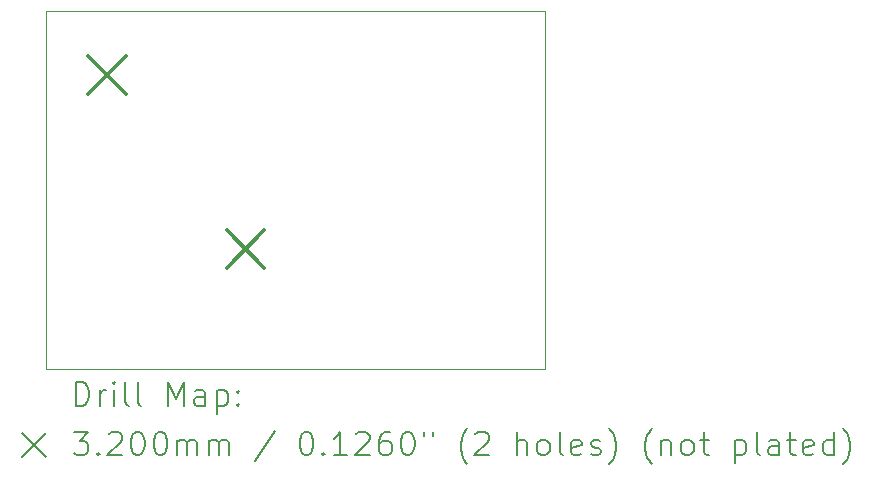
<source format=gbr>
%FSLAX45Y45*%
G04 Gerber Fmt 4.5, Leading zero omitted, Abs format (unit mm)*
G04 Created by KiCad (PCBNEW 6.0.6) date 2022-07-14 17:34:40*
%MOMM*%
%LPD*%
G01*
G04 APERTURE LIST*
%TA.AperFunction,Profile*%
%ADD10C,0.100000*%
%TD*%
%ADD11C,0.200000*%
%ADD12C,0.320000*%
G04 APERTURE END LIST*
D10*
X16040000Y-9040000D02*
X20260000Y-9040000D01*
X20260000Y-9040000D02*
X20260000Y-12065000D01*
X20260000Y-12065000D02*
X16040000Y-12065000D01*
X16040000Y-12065000D02*
X16040000Y-9040000D01*
D11*
D12*
X16392500Y-9420000D02*
X16712500Y-9740000D01*
X16712500Y-9420000D02*
X16392500Y-9740000D01*
X17567500Y-10892500D02*
X17887500Y-11212500D01*
X17887500Y-10892500D02*
X17567500Y-11212500D01*
D11*
X16292619Y-12380476D02*
X16292619Y-12180476D01*
X16340238Y-12180476D01*
X16368809Y-12190000D01*
X16387857Y-12209048D01*
X16397381Y-12228095D01*
X16406905Y-12266190D01*
X16406905Y-12294762D01*
X16397381Y-12332857D01*
X16387857Y-12351905D01*
X16368809Y-12370952D01*
X16340238Y-12380476D01*
X16292619Y-12380476D01*
X16492619Y-12380476D02*
X16492619Y-12247143D01*
X16492619Y-12285238D02*
X16502143Y-12266190D01*
X16511667Y-12256667D01*
X16530714Y-12247143D01*
X16549762Y-12247143D01*
X16616428Y-12380476D02*
X16616428Y-12247143D01*
X16616428Y-12180476D02*
X16606905Y-12190000D01*
X16616428Y-12199524D01*
X16625952Y-12190000D01*
X16616428Y-12180476D01*
X16616428Y-12199524D01*
X16740238Y-12380476D02*
X16721190Y-12370952D01*
X16711667Y-12351905D01*
X16711667Y-12180476D01*
X16845000Y-12380476D02*
X16825952Y-12370952D01*
X16816429Y-12351905D01*
X16816429Y-12180476D01*
X17073571Y-12380476D02*
X17073571Y-12180476D01*
X17140238Y-12323333D01*
X17206905Y-12180476D01*
X17206905Y-12380476D01*
X17387857Y-12380476D02*
X17387857Y-12275714D01*
X17378333Y-12256667D01*
X17359286Y-12247143D01*
X17321190Y-12247143D01*
X17302143Y-12256667D01*
X17387857Y-12370952D02*
X17368810Y-12380476D01*
X17321190Y-12380476D01*
X17302143Y-12370952D01*
X17292619Y-12351905D01*
X17292619Y-12332857D01*
X17302143Y-12313809D01*
X17321190Y-12304286D01*
X17368810Y-12304286D01*
X17387857Y-12294762D01*
X17483095Y-12247143D02*
X17483095Y-12447143D01*
X17483095Y-12256667D02*
X17502143Y-12247143D01*
X17540238Y-12247143D01*
X17559286Y-12256667D01*
X17568810Y-12266190D01*
X17578333Y-12285238D01*
X17578333Y-12342381D01*
X17568810Y-12361428D01*
X17559286Y-12370952D01*
X17540238Y-12380476D01*
X17502143Y-12380476D01*
X17483095Y-12370952D01*
X17664048Y-12361428D02*
X17673571Y-12370952D01*
X17664048Y-12380476D01*
X17654524Y-12370952D01*
X17664048Y-12361428D01*
X17664048Y-12380476D01*
X17664048Y-12256667D02*
X17673571Y-12266190D01*
X17664048Y-12275714D01*
X17654524Y-12266190D01*
X17664048Y-12256667D01*
X17664048Y-12275714D01*
X15835000Y-12610000D02*
X16035000Y-12810000D01*
X16035000Y-12610000D02*
X15835000Y-12810000D01*
X16273571Y-12600476D02*
X16397381Y-12600476D01*
X16330714Y-12676667D01*
X16359286Y-12676667D01*
X16378333Y-12686190D01*
X16387857Y-12695714D01*
X16397381Y-12714762D01*
X16397381Y-12762381D01*
X16387857Y-12781428D01*
X16378333Y-12790952D01*
X16359286Y-12800476D01*
X16302143Y-12800476D01*
X16283095Y-12790952D01*
X16273571Y-12781428D01*
X16483095Y-12781428D02*
X16492619Y-12790952D01*
X16483095Y-12800476D01*
X16473571Y-12790952D01*
X16483095Y-12781428D01*
X16483095Y-12800476D01*
X16568809Y-12619524D02*
X16578333Y-12610000D01*
X16597381Y-12600476D01*
X16645000Y-12600476D01*
X16664048Y-12610000D01*
X16673571Y-12619524D01*
X16683095Y-12638571D01*
X16683095Y-12657619D01*
X16673571Y-12686190D01*
X16559286Y-12800476D01*
X16683095Y-12800476D01*
X16806905Y-12600476D02*
X16825952Y-12600476D01*
X16845000Y-12610000D01*
X16854524Y-12619524D01*
X16864048Y-12638571D01*
X16873571Y-12676667D01*
X16873571Y-12724286D01*
X16864048Y-12762381D01*
X16854524Y-12781428D01*
X16845000Y-12790952D01*
X16825952Y-12800476D01*
X16806905Y-12800476D01*
X16787857Y-12790952D01*
X16778333Y-12781428D01*
X16768809Y-12762381D01*
X16759286Y-12724286D01*
X16759286Y-12676667D01*
X16768809Y-12638571D01*
X16778333Y-12619524D01*
X16787857Y-12610000D01*
X16806905Y-12600476D01*
X16997381Y-12600476D02*
X17016429Y-12600476D01*
X17035476Y-12610000D01*
X17045000Y-12619524D01*
X17054524Y-12638571D01*
X17064048Y-12676667D01*
X17064048Y-12724286D01*
X17054524Y-12762381D01*
X17045000Y-12781428D01*
X17035476Y-12790952D01*
X17016429Y-12800476D01*
X16997381Y-12800476D01*
X16978333Y-12790952D01*
X16968810Y-12781428D01*
X16959286Y-12762381D01*
X16949762Y-12724286D01*
X16949762Y-12676667D01*
X16959286Y-12638571D01*
X16968810Y-12619524D01*
X16978333Y-12610000D01*
X16997381Y-12600476D01*
X17149762Y-12800476D02*
X17149762Y-12667143D01*
X17149762Y-12686190D02*
X17159286Y-12676667D01*
X17178333Y-12667143D01*
X17206905Y-12667143D01*
X17225952Y-12676667D01*
X17235476Y-12695714D01*
X17235476Y-12800476D01*
X17235476Y-12695714D02*
X17245000Y-12676667D01*
X17264048Y-12667143D01*
X17292619Y-12667143D01*
X17311667Y-12676667D01*
X17321190Y-12695714D01*
X17321190Y-12800476D01*
X17416429Y-12800476D02*
X17416429Y-12667143D01*
X17416429Y-12686190D02*
X17425952Y-12676667D01*
X17445000Y-12667143D01*
X17473571Y-12667143D01*
X17492619Y-12676667D01*
X17502143Y-12695714D01*
X17502143Y-12800476D01*
X17502143Y-12695714D02*
X17511667Y-12676667D01*
X17530714Y-12667143D01*
X17559286Y-12667143D01*
X17578333Y-12676667D01*
X17587857Y-12695714D01*
X17587857Y-12800476D01*
X17978333Y-12590952D02*
X17806905Y-12848095D01*
X18235476Y-12600476D02*
X18254524Y-12600476D01*
X18273571Y-12610000D01*
X18283095Y-12619524D01*
X18292619Y-12638571D01*
X18302143Y-12676667D01*
X18302143Y-12724286D01*
X18292619Y-12762381D01*
X18283095Y-12781428D01*
X18273571Y-12790952D01*
X18254524Y-12800476D01*
X18235476Y-12800476D01*
X18216429Y-12790952D01*
X18206905Y-12781428D01*
X18197381Y-12762381D01*
X18187857Y-12724286D01*
X18187857Y-12676667D01*
X18197381Y-12638571D01*
X18206905Y-12619524D01*
X18216429Y-12610000D01*
X18235476Y-12600476D01*
X18387857Y-12781428D02*
X18397381Y-12790952D01*
X18387857Y-12800476D01*
X18378333Y-12790952D01*
X18387857Y-12781428D01*
X18387857Y-12800476D01*
X18587857Y-12800476D02*
X18473571Y-12800476D01*
X18530714Y-12800476D02*
X18530714Y-12600476D01*
X18511667Y-12629048D01*
X18492619Y-12648095D01*
X18473571Y-12657619D01*
X18664048Y-12619524D02*
X18673571Y-12610000D01*
X18692619Y-12600476D01*
X18740238Y-12600476D01*
X18759286Y-12610000D01*
X18768810Y-12619524D01*
X18778333Y-12638571D01*
X18778333Y-12657619D01*
X18768810Y-12686190D01*
X18654524Y-12800476D01*
X18778333Y-12800476D01*
X18949762Y-12600476D02*
X18911667Y-12600476D01*
X18892619Y-12610000D01*
X18883095Y-12619524D01*
X18864048Y-12648095D01*
X18854524Y-12686190D01*
X18854524Y-12762381D01*
X18864048Y-12781428D01*
X18873571Y-12790952D01*
X18892619Y-12800476D01*
X18930714Y-12800476D01*
X18949762Y-12790952D01*
X18959286Y-12781428D01*
X18968810Y-12762381D01*
X18968810Y-12714762D01*
X18959286Y-12695714D01*
X18949762Y-12686190D01*
X18930714Y-12676667D01*
X18892619Y-12676667D01*
X18873571Y-12686190D01*
X18864048Y-12695714D01*
X18854524Y-12714762D01*
X19092619Y-12600476D02*
X19111667Y-12600476D01*
X19130714Y-12610000D01*
X19140238Y-12619524D01*
X19149762Y-12638571D01*
X19159286Y-12676667D01*
X19159286Y-12724286D01*
X19149762Y-12762381D01*
X19140238Y-12781428D01*
X19130714Y-12790952D01*
X19111667Y-12800476D01*
X19092619Y-12800476D01*
X19073571Y-12790952D01*
X19064048Y-12781428D01*
X19054524Y-12762381D01*
X19045000Y-12724286D01*
X19045000Y-12676667D01*
X19054524Y-12638571D01*
X19064048Y-12619524D01*
X19073571Y-12610000D01*
X19092619Y-12600476D01*
X19235476Y-12600476D02*
X19235476Y-12638571D01*
X19311667Y-12600476D02*
X19311667Y-12638571D01*
X19606905Y-12876667D02*
X19597381Y-12867143D01*
X19578333Y-12838571D01*
X19568810Y-12819524D01*
X19559286Y-12790952D01*
X19549762Y-12743333D01*
X19549762Y-12705238D01*
X19559286Y-12657619D01*
X19568810Y-12629048D01*
X19578333Y-12610000D01*
X19597381Y-12581428D01*
X19606905Y-12571905D01*
X19673571Y-12619524D02*
X19683095Y-12610000D01*
X19702143Y-12600476D01*
X19749762Y-12600476D01*
X19768810Y-12610000D01*
X19778333Y-12619524D01*
X19787857Y-12638571D01*
X19787857Y-12657619D01*
X19778333Y-12686190D01*
X19664048Y-12800476D01*
X19787857Y-12800476D01*
X20025952Y-12800476D02*
X20025952Y-12600476D01*
X20111667Y-12800476D02*
X20111667Y-12695714D01*
X20102143Y-12676667D01*
X20083095Y-12667143D01*
X20054524Y-12667143D01*
X20035476Y-12676667D01*
X20025952Y-12686190D01*
X20235476Y-12800476D02*
X20216429Y-12790952D01*
X20206905Y-12781428D01*
X20197381Y-12762381D01*
X20197381Y-12705238D01*
X20206905Y-12686190D01*
X20216429Y-12676667D01*
X20235476Y-12667143D01*
X20264048Y-12667143D01*
X20283095Y-12676667D01*
X20292619Y-12686190D01*
X20302143Y-12705238D01*
X20302143Y-12762381D01*
X20292619Y-12781428D01*
X20283095Y-12790952D01*
X20264048Y-12800476D01*
X20235476Y-12800476D01*
X20416429Y-12800476D02*
X20397381Y-12790952D01*
X20387857Y-12771905D01*
X20387857Y-12600476D01*
X20568810Y-12790952D02*
X20549762Y-12800476D01*
X20511667Y-12800476D01*
X20492619Y-12790952D01*
X20483095Y-12771905D01*
X20483095Y-12695714D01*
X20492619Y-12676667D01*
X20511667Y-12667143D01*
X20549762Y-12667143D01*
X20568810Y-12676667D01*
X20578333Y-12695714D01*
X20578333Y-12714762D01*
X20483095Y-12733809D01*
X20654524Y-12790952D02*
X20673571Y-12800476D01*
X20711667Y-12800476D01*
X20730714Y-12790952D01*
X20740238Y-12771905D01*
X20740238Y-12762381D01*
X20730714Y-12743333D01*
X20711667Y-12733809D01*
X20683095Y-12733809D01*
X20664048Y-12724286D01*
X20654524Y-12705238D01*
X20654524Y-12695714D01*
X20664048Y-12676667D01*
X20683095Y-12667143D01*
X20711667Y-12667143D01*
X20730714Y-12676667D01*
X20806905Y-12876667D02*
X20816429Y-12867143D01*
X20835476Y-12838571D01*
X20845000Y-12819524D01*
X20854524Y-12790952D01*
X20864048Y-12743333D01*
X20864048Y-12705238D01*
X20854524Y-12657619D01*
X20845000Y-12629048D01*
X20835476Y-12610000D01*
X20816429Y-12581428D01*
X20806905Y-12571905D01*
X21168810Y-12876667D02*
X21159286Y-12867143D01*
X21140238Y-12838571D01*
X21130714Y-12819524D01*
X21121190Y-12790952D01*
X21111667Y-12743333D01*
X21111667Y-12705238D01*
X21121190Y-12657619D01*
X21130714Y-12629048D01*
X21140238Y-12610000D01*
X21159286Y-12581428D01*
X21168810Y-12571905D01*
X21245000Y-12667143D02*
X21245000Y-12800476D01*
X21245000Y-12686190D02*
X21254524Y-12676667D01*
X21273571Y-12667143D01*
X21302143Y-12667143D01*
X21321190Y-12676667D01*
X21330714Y-12695714D01*
X21330714Y-12800476D01*
X21454524Y-12800476D02*
X21435476Y-12790952D01*
X21425952Y-12781428D01*
X21416429Y-12762381D01*
X21416429Y-12705238D01*
X21425952Y-12686190D01*
X21435476Y-12676667D01*
X21454524Y-12667143D01*
X21483095Y-12667143D01*
X21502143Y-12676667D01*
X21511667Y-12686190D01*
X21521190Y-12705238D01*
X21521190Y-12762381D01*
X21511667Y-12781428D01*
X21502143Y-12790952D01*
X21483095Y-12800476D01*
X21454524Y-12800476D01*
X21578333Y-12667143D02*
X21654524Y-12667143D01*
X21606905Y-12600476D02*
X21606905Y-12771905D01*
X21616429Y-12790952D01*
X21635476Y-12800476D01*
X21654524Y-12800476D01*
X21873571Y-12667143D02*
X21873571Y-12867143D01*
X21873571Y-12676667D02*
X21892619Y-12667143D01*
X21930714Y-12667143D01*
X21949762Y-12676667D01*
X21959286Y-12686190D01*
X21968810Y-12705238D01*
X21968810Y-12762381D01*
X21959286Y-12781428D01*
X21949762Y-12790952D01*
X21930714Y-12800476D01*
X21892619Y-12800476D01*
X21873571Y-12790952D01*
X22083095Y-12800476D02*
X22064048Y-12790952D01*
X22054524Y-12771905D01*
X22054524Y-12600476D01*
X22245000Y-12800476D02*
X22245000Y-12695714D01*
X22235476Y-12676667D01*
X22216429Y-12667143D01*
X22178333Y-12667143D01*
X22159286Y-12676667D01*
X22245000Y-12790952D02*
X22225952Y-12800476D01*
X22178333Y-12800476D01*
X22159286Y-12790952D01*
X22149762Y-12771905D01*
X22149762Y-12752857D01*
X22159286Y-12733809D01*
X22178333Y-12724286D01*
X22225952Y-12724286D01*
X22245000Y-12714762D01*
X22311667Y-12667143D02*
X22387857Y-12667143D01*
X22340238Y-12600476D02*
X22340238Y-12771905D01*
X22349762Y-12790952D01*
X22368810Y-12800476D01*
X22387857Y-12800476D01*
X22530714Y-12790952D02*
X22511667Y-12800476D01*
X22473571Y-12800476D01*
X22454524Y-12790952D01*
X22445000Y-12771905D01*
X22445000Y-12695714D01*
X22454524Y-12676667D01*
X22473571Y-12667143D01*
X22511667Y-12667143D01*
X22530714Y-12676667D01*
X22540238Y-12695714D01*
X22540238Y-12714762D01*
X22445000Y-12733809D01*
X22711667Y-12800476D02*
X22711667Y-12600476D01*
X22711667Y-12790952D02*
X22692619Y-12800476D01*
X22654524Y-12800476D01*
X22635476Y-12790952D01*
X22625952Y-12781428D01*
X22616428Y-12762381D01*
X22616428Y-12705238D01*
X22625952Y-12686190D01*
X22635476Y-12676667D01*
X22654524Y-12667143D01*
X22692619Y-12667143D01*
X22711667Y-12676667D01*
X22787857Y-12876667D02*
X22797381Y-12867143D01*
X22816428Y-12838571D01*
X22825952Y-12819524D01*
X22835476Y-12790952D01*
X22845000Y-12743333D01*
X22845000Y-12705238D01*
X22835476Y-12657619D01*
X22825952Y-12629048D01*
X22816428Y-12610000D01*
X22797381Y-12581428D01*
X22787857Y-12571905D01*
M02*

</source>
